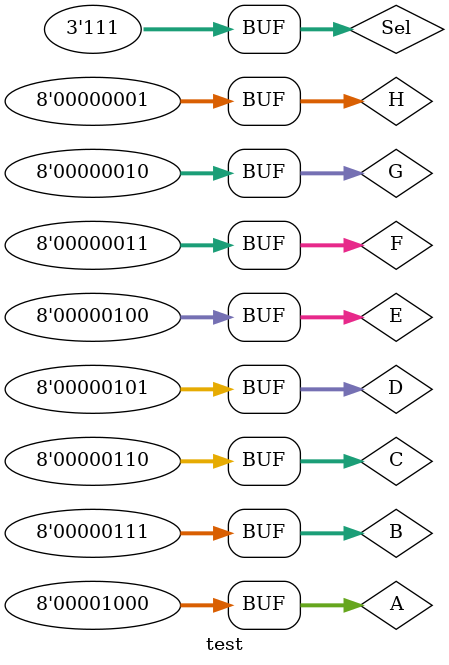
<source format=v>
`timescale 1ns / 1ps

module test;

	// Inputs
	reg [7:0] A;
	reg [7:0] B;
	reg [7:0] C;
	reg [7:0] D;
	reg [7:0] E;
	reg [7:0] F;
	reg [7:0] G;
	reg [7:0] H;
	reg [2:0] Sel;

	// Outputs
	wire [7:0] out;

	// Instantiate the Unit Under Test (UUT)
	multiplexer uut (
		.A(A), 
		.B(B), 
		.C(C), 
		.D(D), 
		.E(E), 
		.F(F), 
		.G(G), 
		.H(H), 
		.Sel(Sel), 
		.out(out)
	);

	initial begin
		// Initialize Inputs
		A = 1;
		B = 2;
		C = 3;
		D = 4;
		E = 5;
		F = 6;
		G = 7;
		H = 8;
		Sel = 4;

		// Wait 100 ns for global reset to finish
		#100;
		
		A = 8;
		B = 7;
		C = 6;
		D = 5;
		E = 4;
		F = 3;
		G = 2;
		H = 1;
		Sel = 7;

		// Wait 100 ns for global reset to finish
		#100;
        
		// Add stimulus here

	end
      
endmodule


</source>
